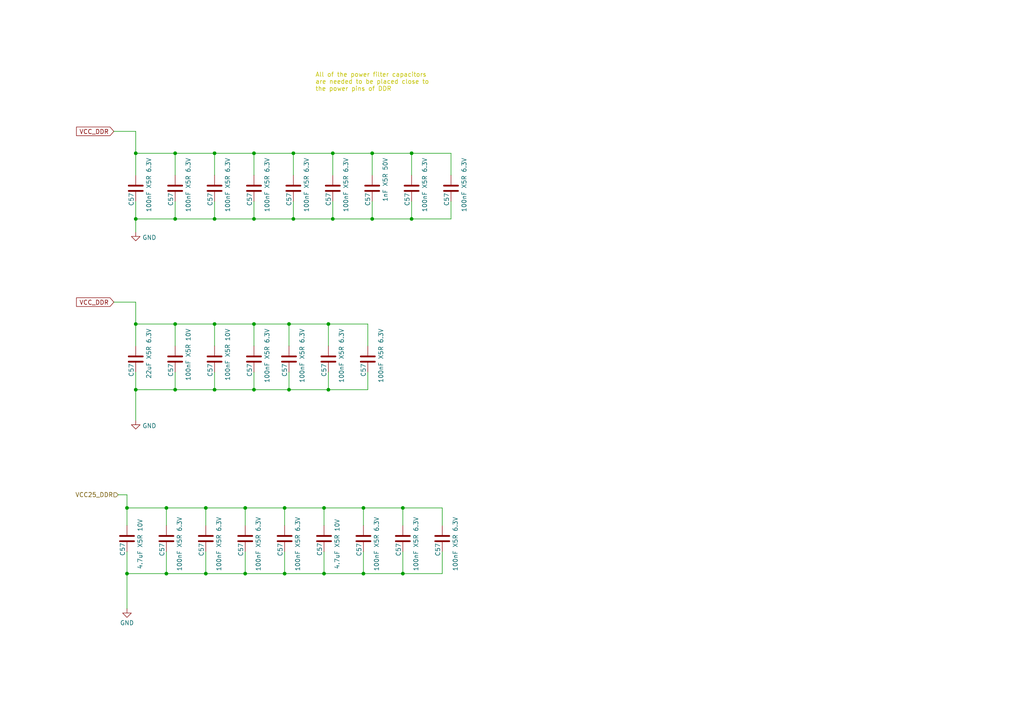
<source format=kicad_sch>
(kicad_sch (version 20230121) (generator eeschema)
  (paper "A4")
  (lib_symbols
    (symbol "Device:C" (pin_numbers hide) (pin_names (offset 0.254))
      (property "Reference" "C" (at 0.635 2.54 0))
      (property "Value" "C" (at 0.635 -2.54 0))
      (symbol "C_0_1"
        (polyline (pts (xy -2.032 -0.762) (xy 2.032 -0.762)) (stroke (width 0.508)))
        (polyline (pts (xy -2.032 0.762) (xy 2.032 0.762)) (stroke (width 0.508)))
      )
      (symbol "C_1_1"
        (pin passive line (at 0 3.81 270) (length 2.794) (name "~") (number "1"))
        (pin passive line (at 0 -3.81 90) (length 2.794) (name "~") (number "2"))
      )
    )
    (symbol "power:GND" (power) (pin_names (offset 0))
      (property "Value" "GND" (at 0 -3.81 0))
      (symbol "GND_0_1"
        (polyline (pts (xy 0 0) (xy 0 -1.27) (xy 1.27 -1.27) (xy 0 -2.54) (xy -1.27 -1.27) (xy 0 -1.27)))
      )
      (symbol "GND_1_1"
        (pin power_in line (at 0 0 270) (length 0) hide (name "GND") (number "1"))
      )
    )
  )
  (junction (at 50.8 93.98))
  (junction (at 83.82 113.03))
  (junction (at 82.55 166.37))
  (junction (at 83.82 93.98))
  (junction (at 116.84 147.32))
  (junction (at 105.41 147.32))
  (junction (at 62.23 93.98))
  (junction (at 107.95 44.45))
  (junction (at 62.23 113.03))
  (junction (at 71.12 147.32))
  (junction (at 119.38 63.5))
  (junction (at 36.83 166.37))
  (junction (at 39.37 63.5))
  (junction (at 71.12 166.37))
  (junction (at 59.69 147.32))
  (junction (at 85.09 44.45))
  (junction (at 50.8 63.5))
  (junction (at 39.37 93.98))
  (junction (at 116.84 166.37))
  (junction (at 95.25 93.98))
  (junction (at 73.66 113.03))
  (junction (at 62.23 44.45))
  (junction (at 82.55 147.32))
  (junction (at 107.95 63.5))
  (junction (at 59.69 166.37))
  (junction (at 50.8 113.03))
  (junction (at 50.8 44.45))
  (junction (at 95.25 113.03))
  (junction (at 93.98 166.37))
  (junction (at 73.66 63.5))
  (junction (at 96.52 44.45))
  (junction (at 48.26 147.32))
  (junction (at 105.41 166.37))
  (junction (at 62.23 63.5))
  (junction (at 85.09 63.5))
  (junction (at 73.66 44.45))
  (junction (at 119.38 44.45))
  (junction (at 96.52 63.5))
  (junction (at 73.66 93.98))
  (junction (at 93.98 147.32))
  (junction (at 48.26 166.37))
  (junction (at 39.37 113.03))
  (junction (at 39.37 44.45))
  (junction (at 36.83 147.32))
  (wire (pts (xy 128.27 160.02) (xy 128.27 166.37)))
  (wire (pts (xy 62.23 113.03) (xy 73.66 113.03)))
  (wire (pts (xy 39.37 63.5) (xy 39.37 67.31)))
  (wire (pts (xy 50.8 93.98) (xy 62.23 93.98)))
  (wire (pts (xy 62.23 100.33) (xy 62.23 93.98)))
  (wire (pts (xy 48.26 166.37) (xy 48.26 160.02)))
  (wire (pts (xy 128.27 147.32) (xy 116.84 147.32)))
  (wire (pts (xy 119.38 50.8) (xy 119.38 44.45)))
  (wire (pts (xy 105.41 166.37) (xy 93.98 166.37)))
  (wire (pts (xy 106.68 107.95) (xy 106.68 113.03)))
  (wire (pts (xy 59.69 166.37) (xy 48.26 166.37)))
  (wire (pts (xy 96.52 58.42) (xy 96.52 63.5)))
  (wire (pts (xy 85.09 50.8) (xy 85.09 44.45)))
  (wire (pts (xy 39.37 93.98) (xy 50.8 93.98)))
  (wire (pts (xy 107.95 50.8) (xy 107.95 44.45)))
  (wire (pts (xy 82.55 160.02) (xy 82.55 166.37)))
  (wire (pts (xy 71.12 147.32) (xy 59.69 147.32)))
  (wire (pts (xy 82.55 147.32) (xy 71.12 147.32)))
  (wire (pts (xy 50.8 107.95) (xy 50.8 113.03)))
  (wire (pts (xy 85.09 44.45) (xy 96.52 44.45)))
  (wire (pts (xy 39.37 100.33) (xy 39.37 93.98)))
  (wire (pts (xy 50.8 58.42) (xy 50.8 63.5)))
  (wire (pts (xy 119.38 44.45) (xy 130.81 44.45)))
  (wire (pts (xy 33.02 87.63) (xy 39.37 87.63)))
  (wire (pts (xy 39.37 87.63) (xy 39.37 93.98)))
  (wire (pts (xy 85.09 58.42) (xy 85.09 63.5)))
  (wire (pts (xy 107.95 44.45) (xy 119.38 44.45)))
  (wire (pts (xy 62.23 58.42) (xy 62.23 63.5)))
  (wire (pts (xy 39.37 113.03) (xy 50.8 113.03)))
  (wire (pts (xy 128.27 152.4) (xy 128.27 147.32)))
  (wire (pts (xy 48.26 147.32) (xy 36.83 147.32)))
  (wire (pts (xy 128.27 166.37) (xy 116.84 166.37)))
  (wire (pts (xy 93.98 166.37) (xy 82.55 166.37)))
  (wire (pts (xy 95.25 113.03) (xy 95.25 107.95)))
  (wire (pts (xy 107.95 58.42) (xy 107.95 63.5)))
  (wire (pts (xy 39.37 38.1) (xy 39.37 44.45)))
  (wire (pts (xy 96.52 50.8) (xy 96.52 44.45)))
  (wire (pts (xy 116.84 160.02) (xy 116.84 166.37)))
  (wire (pts (xy 39.37 107.95) (xy 39.37 113.03)))
  (wire (pts (xy 107.95 63.5) (xy 119.38 63.5)))
  (wire (pts (xy 95.25 113.03) (xy 106.68 113.03)))
  (wire (pts (xy 73.66 93.98) (xy 83.82 93.98)))
  (wire (pts (xy 71.12 147.32) (xy 71.12 152.4)))
  (wire (pts (xy 93.98 152.4) (xy 93.98 147.32)))
  (wire (pts (xy 83.82 107.95) (xy 83.82 113.03)))
  (wire (pts (xy 96.52 63.5) (xy 107.95 63.5)))
  (wire (pts (xy 62.23 44.45) (xy 73.66 44.45)))
  (wire (pts (xy 36.83 160.02) (xy 36.83 166.37)))
  (wire (pts (xy 96.52 44.45) (xy 107.95 44.45)))
  (wire (pts (xy 36.83 152.4) (xy 36.83 147.32)))
  (wire (pts (xy 73.66 63.5) (xy 85.09 63.5)))
  (wire (pts (xy 71.12 166.37) (xy 59.69 166.37)))
  (wire (pts (xy 39.37 44.45) (xy 50.8 44.45)))
  (wire (pts (xy 39.37 58.42) (xy 39.37 63.5)))
  (wire (pts (xy 33.02 38.1) (xy 39.37 38.1)))
  (wire (pts (xy 105.41 147.32) (xy 93.98 147.32)))
  (wire (pts (xy 62.23 93.98) (xy 73.66 93.98)))
  (wire (pts (xy 95.25 100.33) (xy 95.25 93.98)))
  (wire (pts (xy 50.8 44.45) (xy 62.23 44.45)))
  (wire (pts (xy 83.82 93.98) (xy 95.25 93.98)))
  (wire (pts (xy 36.83 166.37) (xy 48.26 166.37)))
  (wire (pts (xy 36.83 147.32) (xy 36.83 143.51)))
  (wire (pts (xy 73.66 58.42) (xy 73.66 63.5)))
  (wire (pts (xy 36.83 143.51) (xy 34.29 143.51)))
  (wire (pts (xy 116.84 147.32) (xy 105.41 147.32)))
  (wire (pts (xy 39.37 50.8) (xy 39.37 44.45)))
  (wire (pts (xy 95.25 93.98) (xy 106.68 93.98)))
  (wire (pts (xy 59.69 160.02) (xy 59.69 166.37)))
  (wire (pts (xy 130.81 50.8) (xy 130.81 44.45)))
  (wire (pts (xy 83.82 113.03) (xy 95.25 113.03)))
  (wire (pts (xy 59.69 147.32) (xy 48.26 147.32)))
  (wire (pts (xy 50.8 50.8) (xy 50.8 44.45)))
  (wire (pts (xy 106.68 100.33) (xy 106.68 93.98)))
  (wire (pts (xy 73.66 44.45) (xy 85.09 44.45)))
  (wire (pts (xy 36.83 166.37) (xy 36.83 176.53)))
  (wire (pts (xy 82.55 166.37) (xy 71.12 166.37)))
  (wire (pts (xy 59.69 152.4) (xy 59.69 147.32)))
  (wire (pts (xy 85.09 63.5) (xy 96.52 63.5)))
  (wire (pts (xy 62.23 50.8) (xy 62.23 44.45)))
  (wire (pts (xy 116.84 166.37) (xy 105.41 166.37)))
  (wire (pts (xy 50.8 63.5) (xy 62.23 63.5)))
  (wire (pts (xy 62.23 63.5) (xy 73.66 63.5)))
  (wire (pts (xy 39.37 113.03) (xy 39.37 121.92)))
  (wire (pts (xy 62.23 113.03) (xy 50.8 113.03)))
  (wire (pts (xy 130.81 58.42) (xy 130.81 63.5)))
  (wire (pts (xy 119.38 63.5) (xy 130.81 63.5)))
  (wire (pts (xy 119.38 58.42) (xy 119.38 63.5)))
  (wire (pts (xy 39.37 63.5) (xy 50.8 63.5)))
  (wire (pts (xy 82.55 152.4) (xy 82.55 147.32)))
  (wire (pts (xy 93.98 160.02) (xy 93.98 166.37)))
  (wire (pts (xy 116.84 152.4) (xy 116.84 147.32)))
  (wire (pts (xy 50.8 100.33) (xy 50.8 93.98)))
  (wire (pts (xy 71.12 160.02) (xy 71.12 166.37)))
  (wire (pts (xy 105.41 160.02) (xy 105.41 166.37)))
  (wire (pts (xy 48.26 152.4) (xy 48.26 147.32)))
  (wire (pts (xy 73.66 107.95) (xy 73.66 113.03)))
  (wire (pts (xy 62.23 107.95) (xy 62.23 113.03)))
  (wire (pts (xy 73.66 113.03) (xy 83.82 113.03)))
  (wire (pts (xy 73.66 100.33) (xy 73.66 93.98)))
  (wire (pts (xy 93.98 147.32) (xy 82.55 147.32)))
  (wire (pts (xy 83.82 100.33) (xy 83.82 93.98)))
  (wire (pts (xy 73.66 50.8) (xy 73.66 44.45)))
  (wire (pts (xy 105.41 152.4) (xy 105.41 147.32)))
  (text "All of the power filter capacitors \nare needed to be placed close to \nthe power pins of DDR" (at 91.44 26.67 0) (effects (font (size 1.27 1.27)) (justify left bottom)))
  (global_label "VCC_DDR" (shape input) (at 33.02 87.63 180) (property "Intersheetrefs" "${INTERSHEET_REFS}" (effects hide)))
  (global_label "VCC_DDR" (shape input) (at 33.02 38.1 180) (property "Intersheetrefs" "${INTERSHEET_REFS}" (effects hide)))
  (hierarchical_label "VCC25_DDR" (shape input) (at 34.29 143.51 180))
  (symbol (lib_id "Device:C") (at 62.23 54.61 180) (unit 1)
    (property "Reference" "C57" (at 60.96 55.88 90) (effects (justify left)))
    (property "Value" "100nF X5R 6.3V" (at 66.04 45.72 90) (effects (justify left)))
    (property "Footprint" "Capacitor_SMD:C_0201_0603Metric" (effects hide))
    (property "Description" "容值: 100nF 精度: ±10% 额定电压: 6.3V 材质(温度系数): X5R 材质:X5R" (effects hide))
    (property "LCSC" "C76928" (effects hide))
    (property "Model" "GRM033R60J104KE19D" (effects hide))
    (property "Vendor" "muRata(村田)" (effects hide))
    (instances (project "leaf" (path "" (reference "C57") (unit 1)) (path "" (reference "C105") (unit 1))))
  )
  (symbol (lib_id "Device:C") (at 59.69 156.21 180) (unit 1)
    (property "Reference" "C57" (at 58.42 157.48 90) (effects (justify left)))
    (property "Value" "100nF X5R 6.3V" (at 63.5 149.86 90) (effects (justify left)))
    (property "Footprint" "Capacitor_SMD:C_0201_0603Metric" (effects hide))
    (property "Description" "容值: 100nF 精度: ±10% 额定电压: 6.3V 材质(温度系数): X5R 材质:X5R" (effects hide))
    (property "LCSC" "C76928" (effects hide))
    (property "Model" "GRM033R60J104KE19D" (effects hide))
    (property "Vendor" "muRata(村田)" (effects hide))
    (instances (project "leaf" (path "" (reference "C57") (unit 1)) (path "" (reference "C104") (unit 1))))
  )
  (symbol (lib_id "Device:C") (at 62.23 104.14 180) (unit 1)
    (property "Reference" "C57" (at 60.96 105.41 90) (effects (justify left)))
    (property "Value" "100nF X5R 10V" (at 66.04 95.25 90) (effects (justify left)))
    (property "Footprint" "Capacitor_SMD:C_0402_1005Metric" (effects hide))
    (property "Description" "容值: 100nF 精度: ±10% 额定电压: 10V 材质(温度系数): X5R 材质:X5R" (effects hide))
    (property "LCSC" "C76934" (effects hide))
    (property "Model" "GRM033R61A104KE15D" (effects hide))
    (property "Vendor" "muRata(村田)" (effects hide))
    (instances (project "leaf" (path "" (reference "C57") (unit 1)) (path "" (reference "C112") (unit 1))))
  )
  (symbol (lib_id "Device:C") (at 106.68 104.14 180) (unit 1)
    (property "Reference" "C57" (at 105.41 105.41 90) (effects (justify left)))
    (property "Value" "100nF X5R 6.3V" (at 110.49 95.25 90) (effects (justify left)))
    (property "Footprint" "Capacitor_SMD:C_0201_0603Metric" (effects hide))
    (property "Description" "容值: 100nF 精度: ±10% 额定电压: 6.3V 材质(温度系数): X5R 材质:X5R" (effects hide))
    (property "LCSC" "C76928" (effects hide))
    (property "Model" "GRM033R60J104KE19D" (effects hide))
    (property "Vendor" "muRata(村田)" (effects hide))
    (instances (project "leaf" (path "" (reference "C57") (unit 1)) (path "" (reference "C128") (unit 1))))
  )
  (symbol (lib_id "Device:C") (at 107.95 54.61 180) (unit 1)
    (property "Reference" "C57" (at 106.68 55.88 90) (effects (justify left)))
    (property "Value" "1nF X5R 50V" (at 111.76 45.72 90) (effects (justify left)))
    (property "Footprint" "Capacitor_SMD:C_0402_1005Metric" (effects hide))
    (property "Description" "容值: 1nF 精度: ±10% 额定电压: 50V 材质(温度系数): X7R 材质:X7R" (effects hide))
    (property "LCSC" "C77018" (effects hide))
    (property "Model" "GRM155R71H102KA01D" (effects hide))
    (instances (project "leaf" (path "" (reference "C57") (unit 1)) (path "" (reference "C117") (unit 1))))
  )
  (symbol (lib_id "Device:C") (at 85.09 54.61 180) (unit 1)
    (property "Reference" "C57" (at 83.82 55.88 90) (effects (justify left)))
    (property "Value" "100nF X5R 6.3V" (at 88.9 45.72 90) (effects (justify left)))
    (property "Footprint" "Capacitor_SMD:C_0201_0603Metric" (effects hide))
    (property "Description" "容值: 100nF 精度: ±10% 额定电压: 6.3V 材质(温度系数): X5R 材质:X5R" (effects hide))
    (property "LCSC" "C76928" (effects hide))
    (property "Model" "GRM033R60J104KE19D" (effects hide))
    (property "Vendor" "muRata(村田)" (effects hide))
    (instances (project "leaf" (path "" (reference "C57") (unit 1)) (path "" (reference "C111") (unit 1))))
  )
  (symbol (lib_id "Device:C") (at 71.12 156.21 180) (unit 1)
    (property "Reference" "C57" (at 69.85 157.48 90) (effects (justify left)))
    (property "Value" "100nF X5R 6.3V" (at 74.93 149.86 90) (effects (justify left)))
    (property "Footprint" "Capacitor_SMD:C_0201_0603Metric" (effects hide))
    (property "Description" "容值: 100nF 精度: ±10% 额定电压: 6.3V 材质(温度系数): X5R 材质:X5R" (effects hide))
    (property "LCSC" "C76928" (effects hide))
    (property "Model" "GRM033R60J104KE19D" (effects hide))
    (property "Vendor" "muRata(村田)" (effects hide))
    (instances (project "leaf" (path "" (reference "C57") (unit 1)) (path "" (reference "C107") (unit 1))))
  )
  (symbol (lib_id "Device:C") (at 130.81 54.61 180) (unit 1)
    (property "Reference" "C57" (at 129.54 55.88 90) (effects (justify left)))
    (property "Value" "100nF X5R 6.3V" (at 134.62 45.72 90) (effects (justify left)))
    (property "Footprint" "Capacitor_SMD:C_0201_0603Metric" (effects hide))
    (property "Description" "容值: 100nF 精度: ±10% 额定电压: 6.3V 材质(温度系数): X5R 材质:X5R" (effects hide))
    (property "LCSC" "C76928" (effects hide))
    (property "Model" "GRM033R60J104KE19D" (effects hide))
    (property "Vendor" "muRata(村田)" (effects hide))
    (instances (project "leaf" (path "" (reference "C57") (unit 1)) (path "" (reference "C123") (unit 1))))
  )
  (symbol (lib_id "Device:C") (at 73.66 104.14 180) (unit 1)
    (property "Reference" "C57" (at 72.39 105.41 90) (effects (justify left)))
    (property "Value" "100nF X5R 6.3V" (at 77.47 95.25 90) (effects (justify left)))
    (property "Footprint" "Capacitor_SMD:C_0201_0603Metric" (effects hide))
    (property "Description" "容值: 100nF 精度: ±10% 额定电压: 6.3V 材质(温度系数): X5R 材质:X5R" (effects hide))
    (property "LCSC" "C76928" (effects hide))
    (property "Model" "GRM033R60J104KE19D" (effects hide))
    (property "Vendor" "muRata(村田)" (effects hide))
    (instances (project "leaf" (path "" (reference "C57") (unit 1)) (path "" (reference "C115") (unit 1))))
  )
  (symbol (lib_id "Device:C") (at 50.8 104.14 180) (unit 1)
    (property "Reference" "C57" (at 49.53 105.41 90) (effects (justify left)))
    (property "Value" "100nF X5R 10V" (at 54.61 95.25 90) (effects (justify left)))
    (property "Footprint" "Capacitor_SMD:C_0402_1005Metric" (effects hide))
    (property "Description" "容值: 100nF 精度: ±10% 额定电压: 10V 材质(温度系数): X5R 材质:X5R" (effects hide))
    (property "LCSC" "C76934" (effects hide))
    (property "Model" "GRM033R61A104KE15D" (effects hide))
    (property "Vendor" "muRata(村田)" (effects hide))
    (instances (project "leaf" (path "" (reference "C57") (unit 1)) (path "" (reference "C109") (unit 1))))
  )
  (symbol (lib_id "power:GND") (at 36.83 176.53 0) (unit 1)
    (property "Reference" "#PWR0124" (effects hide))
    (property "Value" "GND" (at 36.83 180.6655 0))
  )
  (symbol (lib_id "Device:C") (at 105.41 156.21 180) (unit 1)
    (property "Reference" "C57" (at 104.14 157.48 90) (effects (justify left)))
    (property "Value" "100nF X5R 6.3V" (at 109.22 149.86 90) (effects (justify left)))
    (property "Footprint" "Capacitor_SMD:C_0201_0603Metric" (effects hide))
    (property "Description" "容值: 100nF 精度: ±10% 额定电压: 6.3V 材质(温度系数): X5R 材质:X5R" (effects hide))
    (property "LCSC" "C76928" (effects hide))
    (property "Model" "GRM033R60J104KE19D" (effects hide))
    (property "Vendor" "muRata(村田)" (effects hide))
    (instances (project "leaf" (path "" (reference "C57") (unit 1)) (path "" (reference "C116") (unit 1))))
  )
  (symbol (lib_id "Device:C") (at 39.37 54.61 180) (unit 1)
    (property "Reference" "C57" (at 38.1 55.88 90) (effects (justify left)))
    (property "Value" "100nF X5R 6.3V" (at 43.18 45.72 90) (effects (justify left)))
    (property "Footprint" "Capacitor_SMD:C_0201_0603Metric" (effects hide))
    (property "Description" "容值: 100nF 精度: ±10% 额定电压: 6.3V 材质(温度系数): X5R 材质:X5R" (effects hide))
    (property "LCSC" "C76928" (effects hide))
    (property "Model" "GRM033R60J104KE19D" (effects hide))
    (property "Vendor" "muRata(村田)" (effects hide))
    (instances (project "leaf" (path "" (reference "C57") (unit 1)) (path "" (reference "C99") (unit 1))))
  )
  (symbol (lib_id "Device:C") (at 73.66 54.61 180) (unit 1)
    (property "Reference" "C57" (at 72.39 55.88 90) (effects (justify left)))
    (property "Value" "100nF X5R 6.3V" (at 77.47 45.72 90) (effects (justify left)))
    (property "Footprint" "Capacitor_SMD:C_0201_0603Metric" (effects hide))
    (property "Description" "容值: 100nF 精度: ±10% 额定电压: 6.3V 材质(温度系数): X5R 材质:X5R" (effects hide))
    (property "LCSC" "C76928" (effects hide))
    (property "Model" "GRM033R60J104KE19D" (effects hide))
    (property "Vendor" "muRata(村田)" (effects hide))
    (instances (project "leaf" (path "" (reference "C57") (unit 1)) (path "" (reference "C108") (unit 1))))
  )
  (symbol (lib_id "Device:C") (at 39.37 104.14 180) (unit 1)
    (property "Reference" "C57" (at 38.1 105.41 90) (effects (justify left)))
    (property "Value" "22uF X5R 6.3V" (at 43.18 95.25 90) (effects (justify left)))
    (property "Footprint" "Capacitor_SMD:C_0603_1608Metric" (effects hide))
    (property "Description" "容值: 22uF 精度: ±20% 额定电压: 10V 材质(温度系数): X5R 材质：X5R" (effects hide))
    (property "LCSC" "C162690" (effects hide))
    (property "Model" "ZRB18AR61A226ME01L" (effects hide))
    (property "Vendor" "muRata(村田)" (effects hide))
    (instances (project "leaf" (path "" (reference "C57") (unit 1)) (path "" (reference "C100") (unit 1))))
  )
  (symbol (lib_id "Device:C") (at 48.26 156.21 180) (unit 1)
    (property "Reference" "C57" (at 46.99 157.48 90) (effects (justify left)))
    (property "Value" "100nF X5R 6.3V" (at 52.07 149.86 90) (effects (justify left)))
    (property "Footprint" "Capacitor_SMD:C_0201_0603Metric" (effects hide))
    (property "Description" "容值: 100nF 精度: ±10% 额定电压: 6.3V 材质(温度系数): X5R 材质:X5R" (effects hide))
    (property "LCSC" "C76928" (effects hide))
    (property "Model" "GRM033R60J104KE19D" (effects hide))
    (property "Vendor" "muRata(村田)" (effects hide))
    (instances (project "leaf" (path "" (reference "C57") (unit 1)) (path "" (reference "C101") (unit 1))))
  )
  (symbol (lib_id "Device:C") (at 50.8 54.61 180) (unit 1)
    (property "Reference" "C57" (at 49.53 55.88 90) (effects (justify left)))
    (property "Value" "100nF X5R 6.3V" (at 54.61 45.72 90) (effects (justify left)))
    (property "Footprint" "Capacitor_SMD:C_0201_0603Metric" (effects hide))
    (property "Description" "容值: 100nF 精度: ±10% 额定电压: 6.3V 材质(温度系数): X5R 材质:X5R" (effects hide))
    (property "LCSC" "C76928" (effects hide))
    (property "Model" "GRM033R60J104KE19D" (effects hide))
    (property "Vendor" "muRata(村田)" (effects hide))
    (instances (project "leaf" (path "" (reference "C57") (unit 1)) (path "" (reference "C102") (unit 1))))
  )
  (symbol (lib_id "Device:C") (at 116.84 156.21 180) (unit 1)
    (property "Reference" "C57" (at 115.57 157.48 90) (effects (justify left)))
    (property "Value" "100nF X5R 6.3V" (at 120.65 149.86 90) (effects (justify left)))
    (property "Footprint" "Capacitor_SMD:C_0201_0603Metric" (effects hide))
    (property "Description" "容值: 100nF 精度: ±10% 额定电压: 6.3V 材质(温度系数): X5R 材质:X5R" (effects hide))
    (property "LCSC" "C76928" (effects hide))
    (property "Model" "GRM033R60J104KE19D" (effects hide))
    (property "Vendor" "muRata(村田)" (effects hide))
    (instances (project "leaf" (path "" (reference "C57") (unit 1)) (path "" (reference "C119") (unit 1))))
  )
  (symbol (lib_id "Device:C") (at 119.38 54.61 180) (unit 1)
    (property "Reference" "C57" (at 118.11 55.88 90) (effects (justify left)))
    (property "Value" "100nF X5R 6.3V" (at 123.19 45.72 90) (effects (justify left)))
    (property "Footprint" "Capacitor_SMD:C_0201_0603Metric" (effects hide))
    (property "Description" "容值: 100nF 精度: ±10% 额定电压: 6.3V 材质(温度系数): X5R 材质:X5R" (effects hide))
    (property "LCSC" "C76928" (effects hide))
    (property "Model" "GRM033R60J104KE19D" (effects hide))
    (property "Vendor" "muRata(村田)" (effects hide))
    (instances (project "leaf" (path "" (reference "C57") (unit 1)) (path "" (reference "C120") (unit 1))))
  )
  (symbol (lib_id "Device:C") (at 95.25 104.14 180) (unit 1)
    (property "Reference" "C57" (at 93.98 105.41 90) (effects (justify left)))
    (property "Value" "100nF X5R 6.3V" (at 99.06 95.25 90) (effects (justify left)))
    (property "Footprint" "Capacitor_SMD:C_0201_0603Metric" (effects hide))
    (property "Description" "容值: 100nF 精度: ±10% 额定电压: 6.3V 材质(温度系数): X5R 材质:X5R" (effects hide))
    (property "LCSC" "C76928" (effects hide))
    (property "Model" "GRM033R60J104KE19D" (effects hide))
    (property "Vendor" "muRata(村田)" (effects hide))
    (instances (project "leaf" (path "" (reference "C57") (unit 1)) (path "" (reference "C126") (unit 1))))
  )
  (symbol (lib_id "power:GND") (at 39.37 121.92 0) (unit 1)
    (property "Reference" "#PWR0126" (effects hide))
    (property "Value" "GND" (at 41.275 123.5068 0) (effects (justify left)))
  )
  (symbol (lib_id "Device:C") (at 96.52 54.61 180) (unit 1)
    (property "Reference" "C57" (at 95.25 55.88 90) (effects (justify left)))
    (property "Value" "100nF X5R 6.3V" (at 100.33 45.72 90) (effects (justify left)))
    (property "Footprint" "Capacitor_SMD:C_0201_0603Metric" (effects hide))
    (property "Description" "容值: 100nF 精度: ±10% 额定电压: 6.3V 材质(温度系数): X5R 材质:X5R" (effects hide))
    (property "LCSC" "C76928" (effects hide))
    (property "Model" "GRM033R60J104KE19D" (effects hide))
    (property "Vendor" "muRata(村田)" (effects hide))
    (instances (project "leaf" (path "" (reference "C57") (unit 1)) (path "" (reference "C114") (unit 1))))
  )
  (symbol (lib_id "Device:C") (at 93.98 156.21 0) (unit 1)
    (property "Reference" "C57" (at 92.71 161.29 90) (effects (justify left)))
    (property "Value" "4.7uF X5R 10V" (at 97.79 165.1 90) (effects (justify left)))
    (property "Footprint" "Capacitor_SMD:C_0402_1005Metric" (effects hide))
    (property "Description" "容值: 4.7uF 精度: ±10% 额定电压: 10V 材质(温度系数): X5R 材质:X5R" (effects hide))
    (property "LCSC" "C77004" (effects hide))
    (property "Model" "GRM155R61A475KEAAD" (effects hide))
    (property "Vendor" "muRata(村田) " (effects hide))
    (instances (project "leaf" (path "" (reference "C57") (unit 1)) (path "" (reference "C113") (unit 1))))
  )
  (symbol (lib_id "Device:C") (at 128.27 156.21 180) (unit 1)
    (property "Reference" "C57" (at 127 157.48 90) (effects (justify left)))
    (property "Value" "100nF X5R 6.3V" (at 132.08 149.86 90) (effects (justify left)))
    (property "Footprint" "Capacitor_SMD:C_0201_0603Metric" (effects hide))
    (property "Description" "容值: 100nF 精度: ±10% 额定电压: 6.3V 材质(温度系数): X5R 材质:X5R" (effects hide))
    (property "LCSC" "C76928" (effects hide))
    (property "Model" "GRM033R60J104KE19D" (effects hide))
    (property "Vendor" "muRata(村田)" (effects hide))
    (instances (project "leaf" (path "" (reference "C57") (unit 1)) (path "" (reference "C122") (unit 1))))
  )
  (symbol (lib_id "Device:C") (at 83.82 104.14 180) (unit 1)
    (property "Reference" "C57" (at 82.55 105.41 90) (effects (justify left)))
    (property "Value" "100nF X5R 6.3V" (at 87.63 95.25 90) (effects (justify left)))
    (property "Footprint" "Capacitor_SMD:C_0201_0603Metric" (effects hide))
    (property "Description" "容值: 100nF 精度: ±10% 额定电压: 6.3V 材质(温度系数): X5R 材质:X5R" (effects hide))
    (property "LCSC" "C76928" (effects hide))
    (property "Model" "GRM033R60J104KE19D" (effects hide))
    (property "Vendor" "muRata(村田)" (effects hide))
    (instances (project "leaf" (path "" (reference "C57") (unit 1)) (path "" (reference "C124") (unit 1))))
  )
  (symbol (lib_id "Device:C") (at 82.55 156.21 180) (unit 1)
    (property "Reference" "C57" (at 81.28 157.48 90) (effects (justify left)))
    (property "Value" "100nF X5R 6.3V" (at 86.36 149.86 90) (effects (justify left)))
    (property "Footprint" "Capacitor_SMD:C_0201_0603Metric" (effects hide))
    (property "Description" "容值: 100nF 精度: ±10% 额定电压: 6.3V 材质(温度系数): X5R 材质:X5R" (effects hide))
    (property "LCSC" "C76928" (effects hide))
    (property "Model" "GRM033R60J104KE19D" (effects hide))
    (property "Vendor" "muRata(村田)" (effects hide))
    (instances (project "leaf" (path "" (reference "C57") (unit 1)) (path "" (reference "C110") (unit 1))))
  )
  (symbol (lib_id "power:GND") (at 39.37 67.31 0) (unit 1)
    (property "Reference" "#PWR0125" (effects hide))
    (property "Value" "GND" (at 41.275 68.8968 0) (effects (justify left)))
  )
  (symbol (lib_id "Device:C") (at 36.83 156.21 0) (unit 1)
    (property "Reference" "C57" (at 35.56 161.29 90) (effects (justify left)))
    (property "Value" "4.7uF X5R 10V" (at 40.64 165.1 90) (effects (justify left)))
    (property "Footprint" "Capacitor_SMD:C_0402_1005Metric" (effects hide))
    (property "Description" "容值: 4.7uF 精度: ±10% 额定电压: 10V 材质(温度系数): X5R 材质:X5R" (effects hide))
    (property "LCSC" "C77004" (effects hide))
    (property "Model" "GRM155R61A475KEAAD" (effects hide))
    (property "Vendor" "muRata(村田) " (effects hide))
    (instances (project "leaf" (path "" (reference "C57") (unit 1)) (path "" (reference "C98") (unit 1))))
  )
)
</source>
